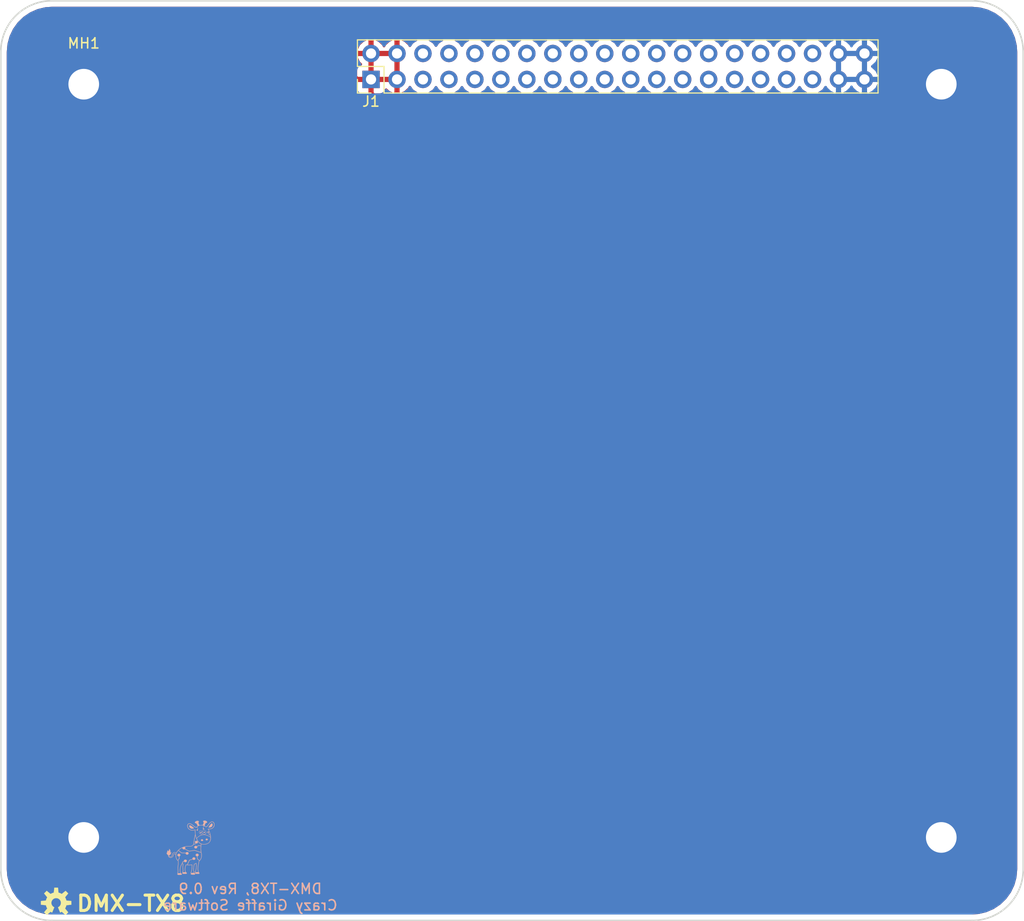
<source format=kicad_pcb>
(kicad_pcb (version 20171130) (host pcbnew "(5.0.0)")
  (title_block (title "DMX Demonstrator - Transmitter-Retro DMX-512 (DMX-TX8)") (date 2022-09-30) (rev 0.1) (company "Crazy Giraffe Software") (comment 2 "Designed by: SparkyBobo") (comment 3 "https://creativecommons.org/licenses/by-sa/4.0/ ") (comment 4 "Released under the Creative Commons Attribution Share-Alike 4.0 License"))
  (layers (0 F.Cu signal) (31 B.Cu signal) (34 B.Paste user) (35 F.Paste user) (36 B.SilkS user) (37 F.SilkS user) (38 B.Mask user) (39 F.Mask user) (44 Edge.Cuts user))
  (net 0 "")
  (net 1 +5V)
  (net 2 GND)
  (net 3 /SAMPLE_LATCH)
  (net 4 /CLK_TX)
  (net 5 /~SAMPLE_RESET)
  (net 6 /~SHIFT_LOAD)
  (net 7 /SAMPLE_SEL0)
  (net 8 /SAMPLE_SEL1)
  (net 9 /CLK_RX)
  (net 10 /DATA_FIXED)
  (net 11 /SHIFT_TRANSMIT)
  (net 12 /~FRAME_RESET)
  (net 13 /D0)
  (net 14 /D1)
  (net 15 /D2)
  (net 16 /D3)
  (net 17 /D4)
  (net 18 /D5)
  (net 19 /D6)
  (net 20 /D7)
  (net 21 /~SAMPLE_OVERRIDE)
  (net 22 /~BUS_REQ)
  (net 23 /DATA_SHIFT)
  (net 24 /~SHIFT_ENABLE)
  (net 25 /SAMPLE_COUNT)
  (net 26 /DATA_RX)
  (net 27 /~BUS_ACK)
  (net 28 /CLK_SAMPLE)
  (net 29 /SPD_HI)
  (net 30 /SPD_MID)
  (net 31 /SPD_LO)
  (net 32 /~CLK_STEP)
  (net 33 /~CLK_SLO)
  (net 34 /~CLK_FST)
  (module Connector_PinHeader_2.54mm:PinHeader_2x20_P2.54mm_Vertical (layer F.Cu) (at 123.317 56.388 90)
    (fp_text reference J1 (at -2.159 0 180) (layer F.SilkS))
    (fp_text value Expansion)
    (pad 1 thru_hole rect (at 0 0 90) (size 1.7 1.7) (drill 1) (layers *.Cu *.Mask) (net 1 +5V))
    (pad 2 thru_hole oval (at 2.54 0 90) (size 1.7 1.7) (drill 1) (layers *.Cu *.Mask) (net 1 +5V))
    (pad 3 thru_hole oval (at 0 2.54 90) (size 1.7 1.7) (drill 1) (layers *.Cu *.Mask) (net 1 +5V))
    (pad 4 thru_hole oval (at 2.54 2.54 90) (size 1.7 1.7) (drill 1) (layers *.Cu *.Mask) (net 1 +5V))
    (pad 5 thru_hole oval (at 0 5.08 90) (size 1.7 1.7) (drill 1) (layers *.Cu *.Mask) (net 13 /D0))
    (pad 6 thru_hole oval (at 2.54 5.08 90) (size 1.7 1.7) (drill 1) (layers *.Cu *.Mask) (net 25 /SAMPLE_COUNT))
    (pad 7 thru_hole oval (at 0 7.62 90) (size 1.7 1.7) (drill 1) (layers *.Cu *.Mask) (net 14 /D1))
    (pad 8 thru_hole oval (at 2.54 7.62 90) (size 1.7 1.7) (drill 1) (layers *.Cu *.Mask) (net 21 /~SAMPLE_OVERRIDE))
    (pad 9 thru_hole oval (at 0 10.16 90) (size 1.7 1.7) (drill 1) (layers *.Cu *.Mask) (net 15 /D2))
    (pad 10 thru_hole oval (at 2.54 10.16 90) (size 1.7 1.7) (drill 1) (layers *.Cu *.Mask) (net 3 /SAMPLE_LATCH))
    (pad 11 thru_hole oval (at 0 12.7 90) (size 1.7 1.7) (drill 1) (layers *.Cu *.Mask) (net 16 /D3))
    (pad 12 thru_hole oval (at 2.54 12.7 90) (size 1.7 1.7) (drill 1) (layers *.Cu *.Mask) (net 5 /~SAMPLE_RESET))
    (pad 13 thru_hole oval (at 0 15.24 90) (size 1.7 1.7) (drill 1) (layers *.Cu *.Mask) (net 17 /D4))
    (pad 14 thru_hole oval (at 2.54 15.24 90) (size 1.7 1.7) (drill 1) (layers *.Cu *.Mask) (net 7 /SAMPLE_SEL0))
    (pad 15 thru_hole oval (at 0 17.78 90) (size 1.7 1.7) (drill 1) (layers *.Cu *.Mask) (net 18 /D5))
    (pad 16 thru_hole oval (at 2.54 17.78 90) (size 1.7 1.7) (drill 1) (layers *.Cu *.Mask) (net 8 /SAMPLE_SEL1))
    (pad 17 thru_hole oval (at 0 20.32 90) (size 1.7 1.7) (drill 1) (layers *.Cu *.Mask) (net 19 /D6))
    (pad 18 thru_hole oval (at 2.54 20.32 90) (size 1.7 1.7) (drill 1) (layers *.Cu *.Mask) (net 6 /~SHIFT_LOAD))
    (pad 19 thru_hole oval (at 0 22.86 90) (size 1.7 1.7) (drill 1) (layers *.Cu *.Mask) (net 20 /D7))
    (pad 20 thru_hole oval (at 2.54 22.86 90) (size 1.7 1.7) (drill 1) (layers *.Cu *.Mask) (net 24 /~SHIFT_ENABLE))
    (pad 21 thru_hole oval (at 0 25.4 90) (size 1.7 1.7) (drill 1) (layers *.Cu *.Mask) (net 27 /~BUS_ACK))
    (pad 22 thru_hole oval (at 2.54 25.4 90) (size 1.7 1.7) (drill 1) (layers *.Cu *.Mask) (net 11 /SHIFT_TRANSMIT))
    (pad 23 thru_hole oval (at 0 27.94 90) (size 1.7 1.7) (drill 1) (layers *.Cu *.Mask) (net 22 /~BUS_REQ))
    (pad 24 thru_hole oval (at 2.54 27.94 90) (size 1.7 1.7) (drill 1) (layers *.Cu *.Mask) (net 10 /DATA_FIXED))
    (pad 25 thru_hole oval (at 0 30.48 90) (size 1.7 1.7) (drill 1) (layers *.Cu *.Mask) (net 29 /SPD_HI))
    (pad 26 thru_hole oval (at 2.54 30.48 90) (size 1.7 1.7) (drill 1) (layers *.Cu *.Mask) (net 23 /DATA_SHIFT))
    (pad 27 thru_hole oval (at 0 33.02 90) (size 1.7 1.7) (drill 1) (layers *.Cu *.Mask) (net 30 /SPD_MID))
    (pad 28 thru_hole oval (at 2.54 33.02 90) (size 1.7 1.7) (drill 1) (layers *.Cu *.Mask) (net 26 /DATA_RX))
    (pad 29 thru_hole oval (at 0 35.56 90) (size 1.7 1.7) (drill 1) (layers *.Cu *.Mask) (net 31 /SPD_LO))
    (pad 30 thru_hole oval (at 2.54 35.56 90) (size 1.7 1.7) (drill 1) (layers *.Cu *.Mask) (net 12 /~FRAME_RESET))
    (pad 31 thru_hole oval (at 0 38.1 90) (size 1.7 1.7) (drill 1) (layers *.Cu *.Mask) (net 32 /~CLK_STEP))
    (pad 32 thru_hole oval (at 2.54 38.1 90) (size 1.7 1.7) (drill 1) (layers *.Cu *.Mask) (net 9 /CLK_RX))
    (pad 33 thru_hole oval (at 0 40.64 90) (size 1.7 1.7) (drill 1) (layers *.Cu *.Mask) (net 33 /~CLK_SLO))
    (pad 34 thru_hole oval (at 2.54 40.64 90) (size 1.7 1.7) (drill 1) (layers *.Cu *.Mask) (net 4 /CLK_TX))
    (pad 35 thru_hole oval (at 0 43.18 90) (size 1.7 1.7) (drill 1) (layers *.Cu *.Mask) (net 34 /~CLK_FST))
    (pad 36 thru_hole oval (at 2.54 43.18 90) (size 1.7 1.7) (drill 1) (layers *.Cu *.Mask) (net 28 /CLK_SAMPLE))
    (pad 37 thru_hole oval (at 0 45.72 90) (size 1.7 1.7) (drill 1) (layers *.Cu *.Mask) (net 2 GND))
    (pad 38 thru_hole oval (at 2.54 45.72 90) (size 1.7 1.7) (drill 1) (layers *.Cu *.Mask) (net 2 GND))
    (pad 39 thru_hole oval (at 0 48.26 90) (size 1.7 1.7) (drill 1) (layers *.Cu *.Mask) (net 2 GND))
    (pad 40 thru_hole oval (at 2.54 48.26 90) (size 1.7 1.7) (drill 1) (layers *.Cu *.Mask) (net 2 GND))
  )
  (module MountingHole:MountingHole_3mm (layer F.Cu) (at 179.088 56.856)
    (fp_text reference MH3 hide)
    (fp_text value MountingHole)
    (pad 1 np_thru_hole circle (at 0 0) (size 3 3) (drill 3) (layers *.Cu *.Mask))
  )
  (module MountingHole:MountingHole_3mm (layer F.Cu) (at 95.218 56.856)
    (fp_text reference MH1 (at 0 -4) (layer F.SilkS))
    (fp_text value MountingHole)
    (pad 1 np_thru_hole circle (at 0 0) (size 3 3) (drill 3) (layers *.Cu *.Mask))
  )
  (module MountingHole:MountingHole_3mm (layer F.Cu) (at 95.218 130.566)
    (fp_text reference MH2 hide)
    (fp_text value MountingHole)
    (pad 1 np_thru_hole circle (at 0 0) (size 3 3) (drill 3) (layers *.Cu *.Mask))
  )
  (module MountingHole:MountingHole_3mm (layer F.Cu) (at 179.088 130.566)
    (fp_text reference MH4 hide)
    (fp_text value MountingHole)
    (pad 1 np_thru_hole circle (at 0 0) (size 3 3) (drill 3) (layers *.Cu *.Mask))
  )
  (module footprints:logo_cr_5x5 (layer B.Cu) (at 105.664 131.572 180)
    (fp_text reference G*** hide)
    (fp_text value LOGO hide)
  )
  (module footprints:OSHW-LOGO-S (layer F.Cu) (at 92.5195 136.9695)
    (fp_text reference "" (at 0 0) (layer F.SilkS) (effects (font (size 1.524 1.524))))
    (fp_text value "" (at 0 0) (layer F.SilkS) (effects (font (size 1.524 1.524))))
  )
  (gr_text DMX-TX8 (at 99.822 137.033) (layer F.SilkS) (effects (font (size 1.5 1.5) (thickness 0.3))))
  (gr_line (start 187.104 133.692) (end 187.104 53.692) (layer Edge.Cuts) (width 0.1524))
  (gr_line (start 92.104 138.692) (end 182.104 138.692) (layer Edge.Cuts) (width 0.1524))
  (gr_line (start 87.104 53.692) (end 87.104 133.692) (layer Edge.Cuts) (width 0.1524))
  (gr_line (start 182.104 48.692) (end 92.104 48.692) (layer Edge.Cuts) (width 0.1524))
  (gr_arc (start 92.104 133.692) (end 87.104 133.692) (angle -90) (layer Edge.Cuts) (width 0.1524))
  (gr_arc (start 92.104 53.692) (end 92.104 48.692) (angle -90) (layer Edge.Cuts) (width 0.1524))
  (gr_arc (start 182.104 53.692) (end 187.104 53.692) (angle -90) (layer Edge.Cuts) (width 0.1524))
  (gr_arc (start 182.104 133.692) (end 182.104 138.692) (angle -90) (layer Edge.Cuts) (width 0.1524))
  (gr_text "DMX-TX8, Rev 0.9\nCrazy Giraffe Software" (at 111.506 136.398) (layer B.SilkS) (effects (font (size 1 1)) (justify mirror)))
  (zone (net 1) (net_name +5V) (layer F.Cu) (connect_pads (clearance 0.508)) (min_thickness 0.254) (fill yes (arc_segments 16) (thermal_gap 0.508) (thermal_bridge_width 0.508))
    (polygon (pts (xy 87.122 48.768) (xy 186.944 48.768) (xy 186.944 138.684) (xy 87.122 138.684)))
  )
  (zone (net 2) (net_name GND) (layer B.Cu) (connect_pads (clearance 0.508)) (min_thickness 0.254) (fill yes (arc_segments 16) (thermal_gap 0.508) (thermal_bridge_width 0.508))
    (polygon (pts (xy 87.122 48.768) (xy 186.944 48.768) (xy 186.944 138.684) (xy 87.122 138.684)))
  )
)
</source>
